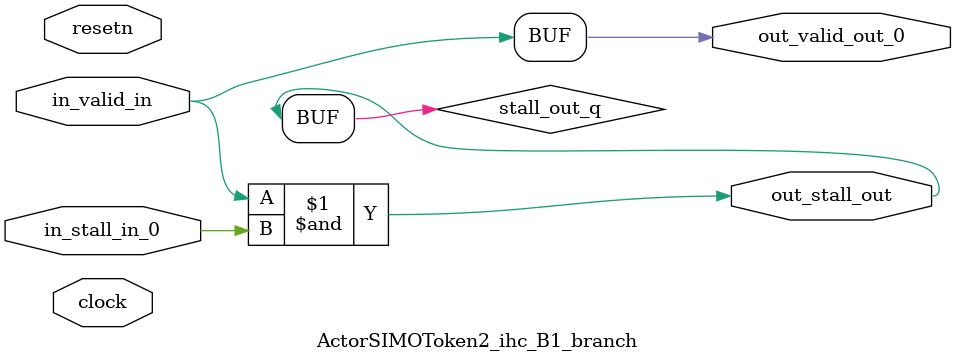
<source format=sv>



(* altera_attribute = "-name AUTO_SHIFT_REGISTER_RECOGNITION OFF; -name MESSAGE_DISABLE 10036; -name MESSAGE_DISABLE 10037; -name MESSAGE_DISABLE 14130; -name MESSAGE_DISABLE 14320; -name MESSAGE_DISABLE 15400; -name MESSAGE_DISABLE 14130; -name MESSAGE_DISABLE 10036; -name MESSAGE_DISABLE 12020; -name MESSAGE_DISABLE 12030; -name MESSAGE_DISABLE 12010; -name MESSAGE_DISABLE 12110; -name MESSAGE_DISABLE 14320; -name MESSAGE_DISABLE 13410; -name MESSAGE_DISABLE 113007; -name MESSAGE_DISABLE 10958" *)
module ActorSIMOToken2_ihc_B1_branch (
    input wire [0:0] in_stall_in_0,
    input wire [0:0] in_valid_in,
    output wire [0:0] out_stall_out,
    output wire [0:0] out_valid_out_0,
    input wire clock,
    input wire resetn
    );

    wire [0:0] stall_out_q;


    // stall_out(LOGICAL,6)
    assign stall_out_q = in_valid_in & in_stall_in_0;

    // out_stall_out(GPOUT,4)
    assign out_stall_out = stall_out_q;

    // out_valid_out_0(GPOUT,5)
    assign out_valid_out_0 = in_valid_in;

endmodule

</source>
